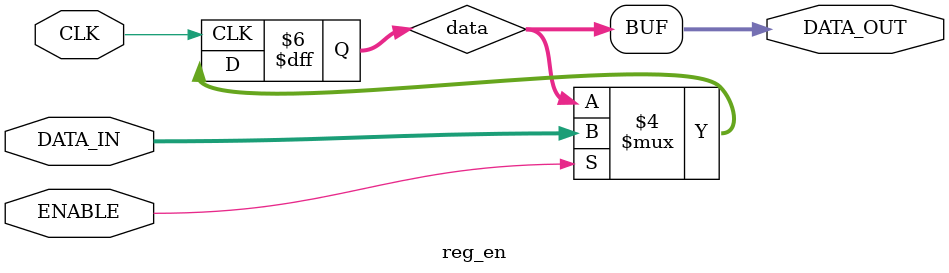
<source format=sv>
`timescale 1ns / 1ps
module reg_en #( parameter WIDTH = 32)
(
	input logic CLK,
	input logic ENABLE,
	input logic [WIDTH-1:0] DATA_IN,
	output logic [WIDTH-1:0] DATA_OUT
);

logic [WIDTH-1:0] data;

initial begin
    data = 0;
end

always@(posedge CLK) begin
    if( ENABLE ) begin
        data = DATA_IN;
    end
end

assign DATA_OUT = data;

endmodule
</source>
